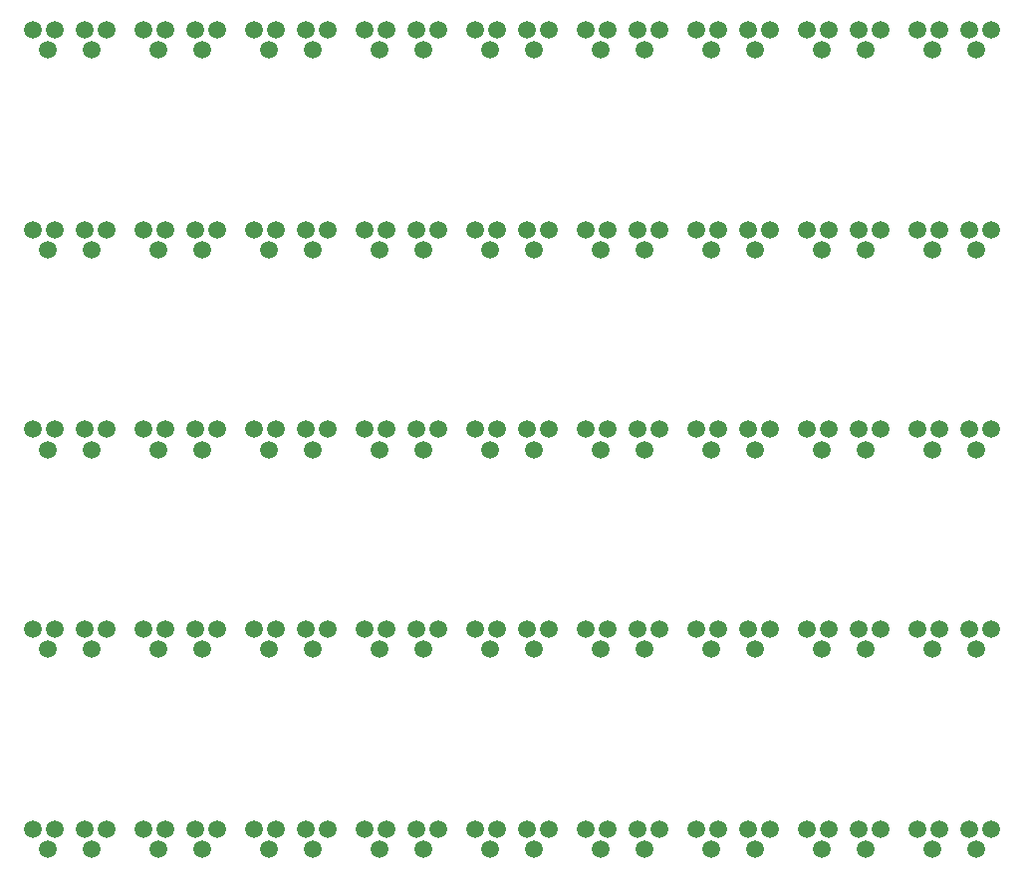
<source format=gbr>
G04 #@! TF.GenerationSoftware,KiCad,Pcbnew,5.0.0-rc2-dev-unknown-c6ef0d5~62~ubuntu16.04.1*
G04 #@! TF.CreationDate,2018-03-19T15:53:38+01:00*
G04 #@! TF.ProjectId,AS5306A_board_5x9_panel,415335333036415F626F6172645F3578,rev?*
G04 #@! TF.SameCoordinates,Original*
G04 #@! TF.FileFunction,Soldermask,Bot*
G04 #@! TF.FilePolarity,Negative*
%FSLAX46Y46*%
G04 Gerber Fmt 4.6, Leading zero omitted, Abs format (unit mm)*
G04 Created by KiCad (PCBNEW 5.0.0-rc2-dev-unknown-c6ef0d5~62~ubuntu16.04.1) date Mon Mar 19 15:53:38 2018*
%MOMM*%
%LPD*%
G01*
G04 APERTURE LIST*
%ADD10C,1.500000*%
G04 APERTURE END LIST*
D10*
X178086000Y-64100000D03*
X181886000Y-64100000D03*
X181286000Y-62400000D03*
X183086000Y-62400000D03*
X178686000Y-62400000D03*
X176886000Y-62400000D03*
X178086000Y-132100000D03*
X181886000Y-132100000D03*
X181286000Y-130400000D03*
X183086000Y-130400000D03*
X178686000Y-130400000D03*
X176886000Y-130400000D03*
X178086000Y-81100000D03*
X181886000Y-81100000D03*
X181286000Y-79400000D03*
X183086000Y-79400000D03*
X178686000Y-79400000D03*
X176886000Y-79400000D03*
X168686000Y-64100000D03*
X172486000Y-64100000D03*
X171886000Y-62400000D03*
X173686000Y-62400000D03*
X169286000Y-62400000D03*
X167486000Y-62400000D03*
X168686000Y-81100000D03*
X172486000Y-81100000D03*
X171886000Y-79400000D03*
X173686000Y-79400000D03*
X169286000Y-79400000D03*
X167486000Y-79400000D03*
X168686000Y-98100000D03*
X172486000Y-98100000D03*
X171886000Y-96400000D03*
X173686000Y-96400000D03*
X169286000Y-96400000D03*
X167486000Y-96400000D03*
X168686000Y-115100000D03*
X172486000Y-115100000D03*
X171886000Y-113400000D03*
X173686000Y-113400000D03*
X169286000Y-113400000D03*
X167486000Y-113400000D03*
X178086000Y-98100000D03*
X181886000Y-98100000D03*
X181286000Y-96400000D03*
X183086000Y-96400000D03*
X178686000Y-96400000D03*
X176886000Y-96400000D03*
X168686000Y-132100000D03*
X172486000Y-132100000D03*
X171886000Y-130400000D03*
X173686000Y-130400000D03*
X169286000Y-130400000D03*
X167486000Y-130400000D03*
X178086000Y-115100000D03*
X181886000Y-115100000D03*
X181286000Y-113400000D03*
X183086000Y-113400000D03*
X178686000Y-113400000D03*
X176886000Y-113400000D03*
X148690000Y-62400000D03*
X150490000Y-62400000D03*
X154890000Y-62400000D03*
X153090000Y-62400000D03*
X153690000Y-64100000D03*
X149890000Y-64100000D03*
X158090000Y-62400000D03*
X159890000Y-62400000D03*
X164290000Y-62400000D03*
X162490000Y-62400000D03*
X163090000Y-64100000D03*
X159290000Y-64100000D03*
X148690000Y-130400000D03*
X150490000Y-130400000D03*
X154890000Y-130400000D03*
X153090000Y-130400000D03*
X153690000Y-132100000D03*
X149890000Y-132100000D03*
X158090000Y-130400000D03*
X159890000Y-130400000D03*
X164290000Y-130400000D03*
X162490000Y-130400000D03*
X163090000Y-132100000D03*
X159290000Y-132100000D03*
X158090000Y-79400000D03*
X159890000Y-79400000D03*
X164290000Y-79400000D03*
X162490000Y-79400000D03*
X163090000Y-81100000D03*
X159290000Y-81100000D03*
X148690000Y-79400000D03*
X150490000Y-79400000D03*
X154890000Y-79400000D03*
X153090000Y-79400000D03*
X153690000Y-81100000D03*
X149890000Y-81100000D03*
X148690000Y-96400000D03*
X150490000Y-96400000D03*
X154890000Y-96400000D03*
X153090000Y-96400000D03*
X153690000Y-98100000D03*
X149890000Y-98100000D03*
X148690000Y-113400000D03*
X150490000Y-113400000D03*
X154890000Y-113400000D03*
X153090000Y-113400000D03*
X153690000Y-115100000D03*
X149890000Y-115100000D03*
X158090000Y-96400000D03*
X159890000Y-96400000D03*
X164290000Y-96400000D03*
X162490000Y-96400000D03*
X163090000Y-98100000D03*
X159290000Y-98100000D03*
X158090000Y-113400000D03*
X159890000Y-113400000D03*
X164290000Y-113400000D03*
X162490000Y-113400000D03*
X163090000Y-115100000D03*
X159290000Y-115100000D03*
X140500000Y-132100000D03*
X144300000Y-132100000D03*
X143700000Y-130400000D03*
X145500000Y-130400000D03*
X141100000Y-130400000D03*
X139300000Y-130400000D03*
X131100000Y-132100000D03*
X134900000Y-132100000D03*
X134300000Y-130400000D03*
X136100000Y-130400000D03*
X131700000Y-130400000D03*
X129900000Y-130400000D03*
X121700000Y-132100000D03*
X125500000Y-132100000D03*
X124900000Y-130400000D03*
X126700000Y-130400000D03*
X122300000Y-130400000D03*
X120500000Y-130400000D03*
X112300000Y-132100000D03*
X116100000Y-132100000D03*
X115500000Y-130400000D03*
X117300000Y-130400000D03*
X112900000Y-130400000D03*
X111100000Y-130400000D03*
X102900000Y-132100000D03*
X106700000Y-132100000D03*
X106100000Y-130400000D03*
X107900000Y-130400000D03*
X103500000Y-130400000D03*
X101700000Y-130400000D03*
X140500000Y-115100000D03*
X144300000Y-115100000D03*
X143700000Y-113400000D03*
X145500000Y-113400000D03*
X141100000Y-113400000D03*
X139300000Y-113400000D03*
X131100000Y-115100000D03*
X134900000Y-115100000D03*
X134300000Y-113400000D03*
X136100000Y-113400000D03*
X131700000Y-113400000D03*
X129900000Y-113400000D03*
X121700000Y-115100000D03*
X125500000Y-115100000D03*
X124900000Y-113400000D03*
X126700000Y-113400000D03*
X122300000Y-113400000D03*
X120500000Y-113400000D03*
X112300000Y-115100000D03*
X116100000Y-115100000D03*
X115500000Y-113400000D03*
X117300000Y-113400000D03*
X112900000Y-113400000D03*
X111100000Y-113400000D03*
X102900000Y-115100000D03*
X106700000Y-115100000D03*
X106100000Y-113400000D03*
X107900000Y-113400000D03*
X103500000Y-113400000D03*
X101700000Y-113400000D03*
X140500000Y-98100000D03*
X144300000Y-98100000D03*
X143700000Y-96400000D03*
X145500000Y-96400000D03*
X141100000Y-96400000D03*
X139300000Y-96400000D03*
X131100000Y-98100000D03*
X134900000Y-98100000D03*
X134300000Y-96400000D03*
X136100000Y-96400000D03*
X131700000Y-96400000D03*
X129900000Y-96400000D03*
X121700000Y-98100000D03*
X125500000Y-98100000D03*
X124900000Y-96400000D03*
X126700000Y-96400000D03*
X122300000Y-96400000D03*
X120500000Y-96400000D03*
X112300000Y-98100000D03*
X116100000Y-98100000D03*
X115500000Y-96400000D03*
X117300000Y-96400000D03*
X112900000Y-96400000D03*
X111100000Y-96400000D03*
X102900000Y-98100000D03*
X106700000Y-98100000D03*
X106100000Y-96400000D03*
X107900000Y-96400000D03*
X103500000Y-96400000D03*
X101700000Y-96400000D03*
X140500000Y-81100000D03*
X144300000Y-81100000D03*
X143700000Y-79400000D03*
X145500000Y-79400000D03*
X141100000Y-79400000D03*
X139300000Y-79400000D03*
X131100000Y-81100000D03*
X134900000Y-81100000D03*
X134300000Y-79400000D03*
X136100000Y-79400000D03*
X131700000Y-79400000D03*
X129900000Y-79400000D03*
X121700000Y-81100000D03*
X125500000Y-81100000D03*
X124900000Y-79400000D03*
X126700000Y-79400000D03*
X122300000Y-79400000D03*
X120500000Y-79400000D03*
X112300000Y-81100000D03*
X116100000Y-81100000D03*
X115500000Y-79400000D03*
X117300000Y-79400000D03*
X112900000Y-79400000D03*
X111100000Y-79400000D03*
X102900000Y-81100000D03*
X106700000Y-81100000D03*
X106100000Y-79400000D03*
X107900000Y-79400000D03*
X103500000Y-79400000D03*
X101700000Y-79400000D03*
X140500000Y-64100000D03*
X144300000Y-64100000D03*
X143700000Y-62400000D03*
X145500000Y-62400000D03*
X141100000Y-62400000D03*
X139300000Y-62400000D03*
X131100000Y-64100000D03*
X134900000Y-64100000D03*
X134300000Y-62400000D03*
X136100000Y-62400000D03*
X131700000Y-62400000D03*
X129900000Y-62400000D03*
X121700000Y-64100000D03*
X125500000Y-64100000D03*
X124900000Y-62400000D03*
X126700000Y-62400000D03*
X122300000Y-62400000D03*
X120500000Y-62400000D03*
X112300000Y-64100000D03*
X116100000Y-64100000D03*
X115500000Y-62400000D03*
X117300000Y-62400000D03*
X112900000Y-62400000D03*
X111100000Y-62400000D03*
X102900000Y-64100000D03*
X106700000Y-64100000D03*
X106100000Y-62400000D03*
X107900000Y-62400000D03*
X103500000Y-62400000D03*
X101700000Y-62400000D03*
M02*

</source>
